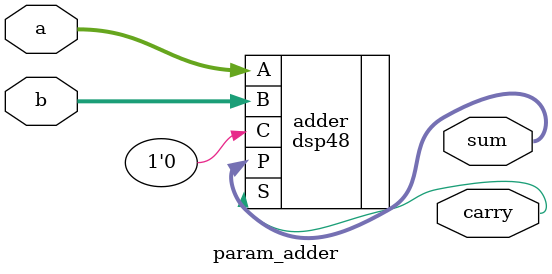
<source format=v>
module param_adder(
  input [WIDTH-1:0] a,
  input [WIDTH-1:0] b,
  output [WIDTH-1:0] sum,
  output carry
);

  parameter WIDTH = 8;

  dsp48  adder (
    .A(a),
    .B(b),
    .C(1'b0),
    .P(sum),
    .S(carry)
  );

endmodule
</source>
